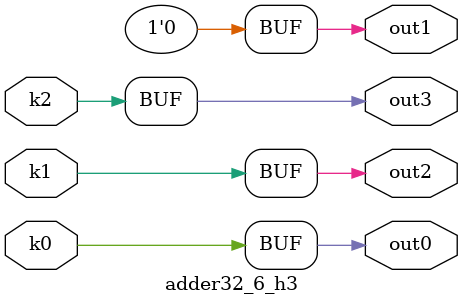
<source format=v>
module adder32_6(pi0, pi1, pi2, pi3, pi4, po0, po1, po2, po3);
input pi0, pi1, pi2, pi3, pi4;
output po0, po1, po2, po3;
wire k0, k1, k2;
adder32_6_w3 DUT1 (pi0, pi1, pi2, pi3, pi4, k0, k1, k2);
adder32_6_h3 DUT2 (k0, k1, k2, po0, po1, po2, po3);
endmodule

module adder32_6_w3(in4, in3, in2, in1, in0, k2, k1, k0);
input in4, in3, in2, in1, in0;
output k2, k1, k0;
assign k0 =   ((~in3 ^ in1) & ((in4 & (in2 | ~in0)) | (in2 & ~in0))) | (((~in2 & in0) | (~in4 & (~in2 | in0))) & (in3 ^ in1));
assign k1 =   in1 & in3;
assign k2 =   in4 ? (~in2 ^ in0) : (in2 ^ in0);
endmodule

module adder32_6_h3(k2, k1, k0, out3, out2, out1, out0);
input k2, k1, k0;
output out3, out2, out1, out0;
assign out0 = k0;
assign out1 = 0;
assign out2 = k1;
assign out3 = k2;
endmodule

</source>
